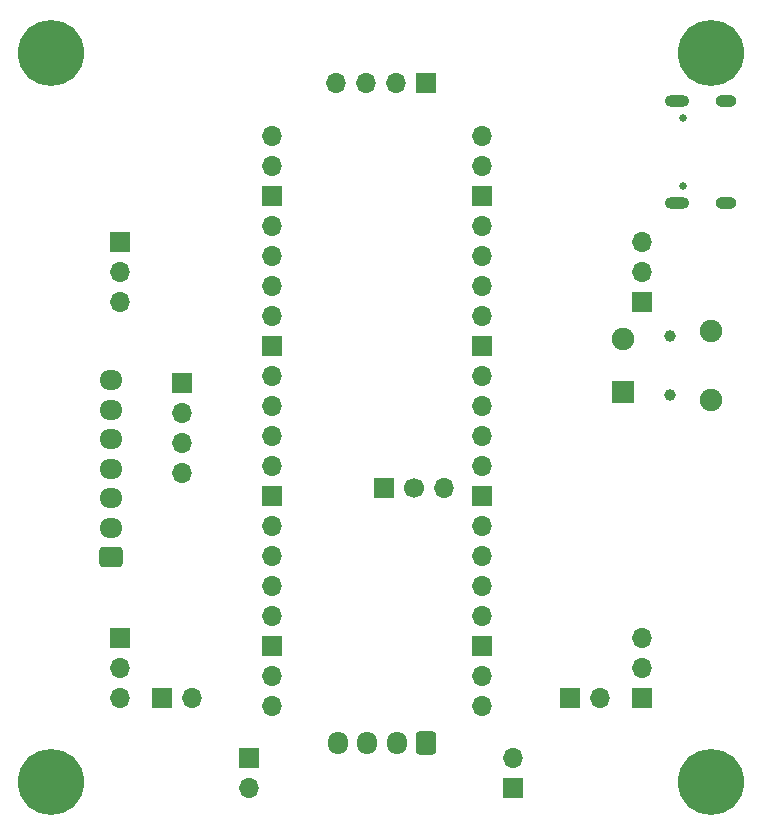
<source format=gbr>
%TF.GenerationSoftware,KiCad,Pcbnew,7.0.10-7.0.10~ubuntu22.04.1*%
%TF.CreationDate,2024-02-03T23:21:59+09:00*%
%TF.ProjectId,TurtlePico,54757274-6c65-4506-9963-6f2e6b696361,rev?*%
%TF.SameCoordinates,Original*%
%TF.FileFunction,Soldermask,Bot*%
%TF.FilePolarity,Negative*%
%FSLAX46Y46*%
G04 Gerber Fmt 4.6, Leading zero omitted, Abs format (unit mm)*
G04 Created by KiCad (PCBNEW 7.0.10-7.0.10~ubuntu22.04.1) date 2024-02-03 23:21:59*
%MOMM*%
%LPD*%
G01*
G04 APERTURE LIST*
G04 Aperture macros list*
%AMRoundRect*
0 Rectangle with rounded corners*
0 $1 Rounding radius*
0 $2 $3 $4 $5 $6 $7 $8 $9 X,Y pos of 4 corners*
0 Add a 4 corners polygon primitive as box body*
4,1,4,$2,$3,$4,$5,$6,$7,$8,$9,$2,$3,0*
0 Add four circle primitives for the rounded corners*
1,1,$1+$1,$2,$3*
1,1,$1+$1,$4,$5*
1,1,$1+$1,$6,$7*
1,1,$1+$1,$8,$9*
0 Add four rect primitives between the rounded corners*
20,1,$1+$1,$2,$3,$4,$5,0*
20,1,$1+$1,$4,$5,$6,$7,0*
20,1,$1+$1,$6,$7,$8,$9,0*
20,1,$1+$1,$8,$9,$2,$3,0*%
G04 Aperture macros list end*
%ADD10C,5.600000*%
%ADD11C,1.000000*%
%ADD12R,1.900000X1.900000*%
%ADD13C,1.900000*%
%ADD14R,1.700000X1.700000*%
%ADD15O,1.700000X1.700000*%
%ADD16C,1.700000*%
%ADD17C,0.650000*%
%ADD18O,1.800000X1.000000*%
%ADD19O,2.100000X1.000000*%
%ADD20RoundRect,0.250000X0.725000X-0.600000X0.725000X0.600000X-0.725000X0.600000X-0.725000X-0.600000X0*%
%ADD21O,1.950000X1.700000*%
%ADD22RoundRect,0.250000X0.600000X0.725000X-0.600000X0.725000X-0.600000X-0.725000X0.600000X-0.725000X0*%
%ADD23O,1.700000X1.950000*%
G04 APERTURE END LIST*
D10*
%TO.C,REF\u002A\u002A*%
X117856000Y-126492000D03*
%TD*%
%TO.C,REF\u002A\u002A*%
X173736000Y-126492000D03*
%TD*%
D11*
%TO.C,J2*%
X170236000Y-93726000D03*
X170236000Y-88726000D03*
D12*
X166236000Y-93476000D03*
D13*
X166236000Y-88976000D03*
X173736000Y-94126000D03*
X173736000Y-88326000D03*
%TD*%
D14*
%TO.C,J10*%
X134620000Y-124460000D03*
D15*
X134620000Y-127000000D03*
%TD*%
D14*
%TO.C,J9*%
X156972000Y-127000000D03*
D15*
X156972000Y-124460000D03*
%TD*%
D14*
%TO.C,J6*%
X128965000Y-92710000D03*
D15*
X128965000Y-95250000D03*
X128965000Y-97790000D03*
X128965000Y-100330000D03*
%TD*%
D14*
%TO.C,J4*%
X127254000Y-119380000D03*
D15*
X129794000Y-119380000D03*
%TD*%
D14*
%TO.C,J7*%
X149596000Y-67310000D03*
D15*
X147056000Y-67310000D03*
X144516000Y-67310000D03*
X141976000Y-67310000D03*
%TD*%
%TO.C,U2*%
X136575900Y-71770000D03*
X136575900Y-74310000D03*
D14*
X136575900Y-76850000D03*
D15*
X136575900Y-79390000D03*
X136575900Y-81930000D03*
X136575900Y-84470000D03*
X136575900Y-87010000D03*
D14*
X136575900Y-89550000D03*
D15*
X136575900Y-92090000D03*
X136575900Y-94630000D03*
X136575900Y-97170000D03*
X136575900Y-99710000D03*
D14*
X136575900Y-102250000D03*
D15*
X136575900Y-104790000D03*
X136575900Y-107330000D03*
X136575900Y-109870000D03*
X136575900Y-112410000D03*
D14*
X136575900Y-114950000D03*
D15*
X136575900Y-117490000D03*
X136575900Y-120030000D03*
X154355900Y-120030000D03*
X154355900Y-117490000D03*
D14*
X154355900Y-114950000D03*
D15*
X154355900Y-112410000D03*
X154355900Y-109870000D03*
X154355900Y-107330000D03*
X154355900Y-104790000D03*
D14*
X154355900Y-102250000D03*
D15*
X154355900Y-99710000D03*
X154355900Y-97170000D03*
X154355900Y-94630000D03*
X154355900Y-92090000D03*
D14*
X154355900Y-89550000D03*
D15*
X154355900Y-87010000D03*
X154355900Y-84470000D03*
X154355900Y-81930000D03*
X154355900Y-79390000D03*
D14*
X154355900Y-76850000D03*
D15*
X154355900Y-74310000D03*
X154355900Y-71770000D03*
D14*
X146050000Y-101600000D03*
D16*
X148590000Y-101600000D03*
D15*
X151130000Y-101600000D03*
%TD*%
D14*
%TO.C,J3*%
X161798000Y-119380000D03*
D15*
X164338000Y-119380000D03*
%TD*%
D10*
%TO.C,REF\u002A\u002A*%
X117856000Y-64770000D03*
%TD*%
D17*
%TO.C,J1*%
X171337500Y-76040000D03*
X171337500Y-70260000D03*
D18*
X175017500Y-77470000D03*
X175017500Y-68830000D03*
D19*
X170837500Y-77470000D03*
X170837500Y-68830000D03*
%TD*%
D10*
%TO.C,REF\u002A\u002A*%
X173736000Y-64770000D03*
%TD*%
D14*
%TO.C,J14*%
X167894000Y-119365000D03*
D15*
X167894000Y-116825000D03*
X167894000Y-114285000D03*
%TD*%
D20*
%TO.C,J8*%
X122936000Y-107456000D03*
D21*
X122936000Y-104956000D03*
X122936000Y-102456000D03*
X122936000Y-99956000D03*
X122936000Y-97456000D03*
X122936000Y-94956000D03*
X122936000Y-92456000D03*
%TD*%
D14*
%TO.C,J13*%
X123698000Y-80772000D03*
D15*
X123698000Y-83312000D03*
X123698000Y-85852000D03*
%TD*%
D14*
%TO.C,J12*%
X167894000Y-85852000D03*
D15*
X167894000Y-83312000D03*
X167894000Y-80772000D03*
%TD*%
D14*
%TO.C,J15*%
X123698000Y-114300000D03*
D15*
X123698000Y-116840000D03*
X123698000Y-119380000D03*
%TD*%
D22*
%TO.C,J5*%
X149606000Y-123190000D03*
D23*
X147106000Y-123190000D03*
X144606000Y-123190000D03*
X142106000Y-123190000D03*
%TD*%
M02*

</source>
